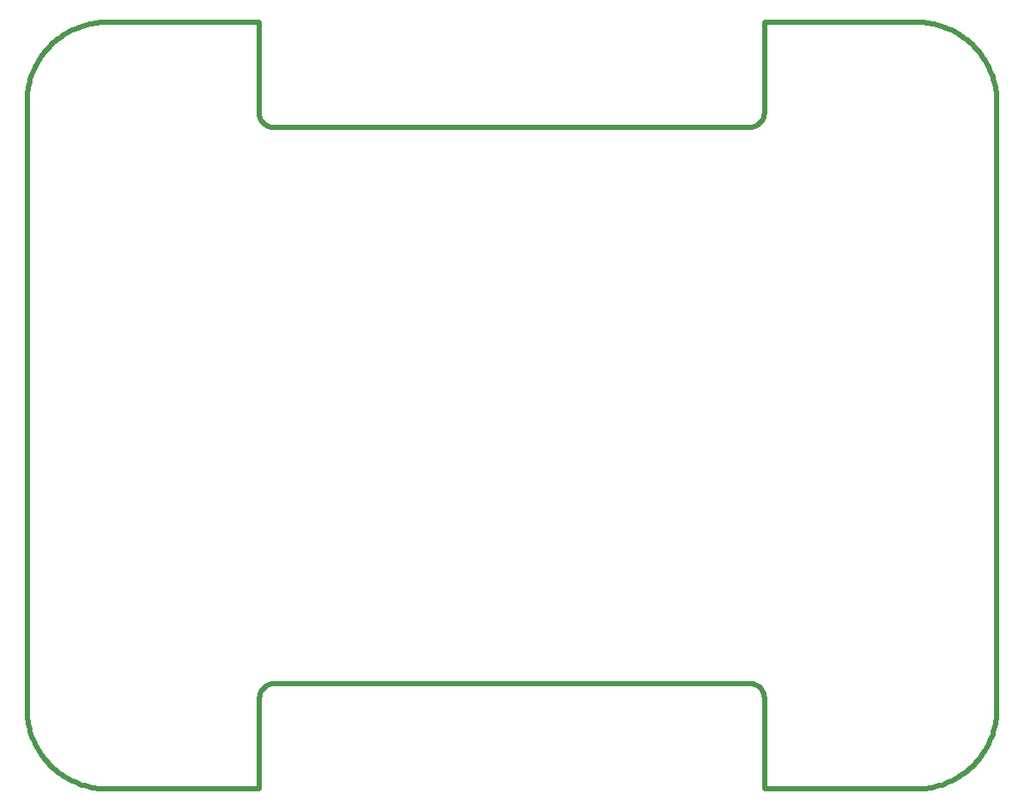
<source format=gko>
G04*
G04 #@! TF.GenerationSoftware,Altium Limited,Altium Designer,23.8.1 (32)*
G04*
G04 Layer_Color=16711935*
%FSLAX25Y25*%
%MOIN*%
G70*
G04*
G04 #@! TF.SameCoordinates,219BC79F-92E0-4BE4-9349-49C4CE8B2FF6*
G04*
G04*
G04 #@! TF.FilePolarity,Positive*
G04*
G01*
G75*
%ADD15C,0.02000*%
D15*
X403417Y178000D02*
X402400Y177937D01*
X401410Y177699D01*
X400476Y177292D01*
X399627Y176729D01*
X398888Y176028D01*
X398283Y175208D01*
X397829Y174296D01*
X397540Y173319D01*
X397425Y172307D01*
X594276D02*
X594189Y173296D01*
X593932Y174254D01*
X593513Y175154D01*
X592944Y175966D01*
X592242Y176668D01*
X591429Y177237D01*
X590530Y177657D01*
X589571Y177913D01*
X588583Y178000D01*
X588323Y395000D02*
X589333Y395062D01*
X590317Y395299D01*
X591244Y395703D01*
X592088Y396262D01*
X592822Y396958D01*
X593423Y397772D01*
X593874Y398678D01*
X594161Y399648D01*
X594276Y400654D01*
X397425Y400654D02*
X397511Y399672D01*
X397766Y398720D01*
X398183Y397827D01*
X398748Y397020D01*
X399445Y396323D01*
X400252Y395757D01*
X401145Y395341D01*
X402097Y395086D01*
X403079Y395000D01*
X684827Y404591D02*
X684811Y405600D01*
X684762Y406608D01*
X684681Y407615D01*
X684568Y408618D01*
X684423Y409617D01*
X684246Y410611D01*
X684037Y411599D01*
X683797Y412580D01*
X683525Y413552D01*
X683222Y414515D01*
X682889Y415468D01*
X682525Y416410D01*
X682131Y417340D01*
X681708Y418256D01*
X681255Y419159D01*
X680774Y420046D01*
X680264Y420918D01*
X679727Y421773D01*
X679163Y422610D01*
X678572Y423429D01*
X677955Y424228D01*
X677313Y425007D01*
X676647Y425765D01*
X675956Y426502D01*
X675242Y427216D01*
X674506Y427906D01*
X673747Y428573D01*
X672968Y429215D01*
X672169Y429832D01*
X671350Y430423D01*
X670513Y430987D01*
X669658Y431524D01*
X668786Y432034D01*
X667899Y432515D01*
X666996Y432968D01*
X666080Y433391D01*
X665150Y433785D01*
X664208Y434149D01*
X663255Y434482D01*
X662292Y434785D01*
X661320Y435056D01*
X660339Y435297D01*
X659351Y435506D01*
X658357Y435683D01*
X657358Y435828D01*
X656355Y435941D01*
X655349Y436022D01*
X654340Y436070D01*
X653331Y436087D01*
X653331Y136874D02*
X654340Y136890D01*
X655349Y136939D01*
X656355Y137020D01*
X657358Y137133D01*
X658357Y137278D01*
X659351Y137455D01*
X660339Y137664D01*
X661320Y137904D01*
X662292Y138176D01*
X663255Y138479D01*
X664208Y138812D01*
X665150Y139176D01*
X666080Y139570D01*
X666996Y139993D01*
X667899Y140446D01*
X668786Y140927D01*
X669658Y141436D01*
X670513Y141974D01*
X671350Y142538D01*
X672169Y143129D01*
X672968Y143745D01*
X673747Y144387D01*
X674506Y145054D01*
X675242Y145745D01*
X675956Y146459D01*
X676647Y147195D01*
X677313Y147953D01*
X677955Y148733D01*
X678572Y149532D01*
X679163Y150351D01*
X679727Y151188D01*
X680264Y152043D01*
X680774Y152914D01*
X681255Y153802D01*
X681708Y154704D01*
X682131Y155621D01*
X682525Y156551D01*
X682889Y157492D01*
X683222Y158445D01*
X683525Y159408D01*
X683797Y160381D01*
X684037Y161362D01*
X684246Y162349D01*
X684423Y163343D01*
X684568Y164342D01*
X684681Y165346D01*
X684762Y166352D01*
X684811Y167360D01*
X684827Y168370D01*
X338370Y436087D02*
X337361Y436070D01*
X336352Y436022D01*
X335346Y435941D01*
X334343Y435828D01*
X333343Y435683D01*
X332349Y435506D01*
X331362Y435297D01*
X330381Y435056D01*
X329409Y434785D01*
X328445Y434482D01*
X327492Y434149D01*
X326551Y433785D01*
X325621Y433391D01*
X324705Y432968D01*
X323802Y432515D01*
X322914Y432034D01*
X322043Y431524D01*
X321188Y430987D01*
X320351Y430423D01*
X319532Y429832D01*
X318733Y429215D01*
X317953Y428573D01*
X317195Y427906D01*
X316459Y427216D01*
X315745Y426502D01*
X315054Y425765D01*
X314388Y425007D01*
X313745Y424228D01*
X313129Y423429D01*
X312538Y422610D01*
X311974Y421773D01*
X311437Y420918D01*
X310927Y420046D01*
X310446Y419159D01*
X309993Y418256D01*
X309570Y417340D01*
X309176Y416410D01*
X308812Y415468D01*
X308479Y414515D01*
X308176Y413552D01*
X307904Y412580D01*
X307664Y411599D01*
X307455Y410611D01*
X307278Y409617D01*
X307133Y408618D01*
X307020Y407615D01*
X306939Y406609D01*
X306890Y405600D01*
X306874Y404591D01*
Y168370D02*
X306890Y167361D01*
X306939Y166352D01*
X307020Y165346D01*
X307133Y164342D01*
X307278Y163343D01*
X307455Y162349D01*
X307664Y161362D01*
X307904Y160381D01*
X308176Y159409D01*
X308479Y158445D01*
X308812Y157492D01*
X309176Y156551D01*
X309570Y155621D01*
X309993Y154704D01*
X310446Y153802D01*
X310927Y152914D01*
X311436Y152043D01*
X311974Y151188D01*
X312538Y150351D01*
X313129Y149532D01*
X313745Y148733D01*
X314387Y147953D01*
X315054Y147195D01*
X315745Y146459D01*
X316459Y145745D01*
X317195Y145054D01*
X317953Y144388D01*
X318733Y143746D01*
X319532Y143129D01*
X320351Y142538D01*
X321188Y141974D01*
X322043Y141437D01*
X322914Y140927D01*
X323802Y140446D01*
X324704Y139993D01*
X325621Y139570D01*
X326551Y139176D01*
X327492Y138812D01*
X328445Y138479D01*
X329409Y138176D01*
X330381Y137904D01*
X331362Y137664D01*
X332349Y137455D01*
X333343Y137278D01*
X334342Y137133D01*
X335346Y137020D01*
X336352Y136939D01*
X337361Y136890D01*
X338370Y136874D01*
X403417Y178000D02*
X588583D01*
X684827Y168370D02*
Y404591D01*
X594276Y136874D02*
Y172307D01*
X397425Y136874D02*
Y172307D01*
X403079Y395000D02*
X588323D01*
X594276Y436087D02*
X653331D01*
X594276Y400654D02*
Y436087D01*
X338370Y136874D02*
X397425D01*
X306874Y168370D02*
Y404591D01*
X338370Y436087D02*
X397425D01*
Y400654D02*
Y436087D01*
X594276Y136874D02*
X653331D01*
M02*

</source>
